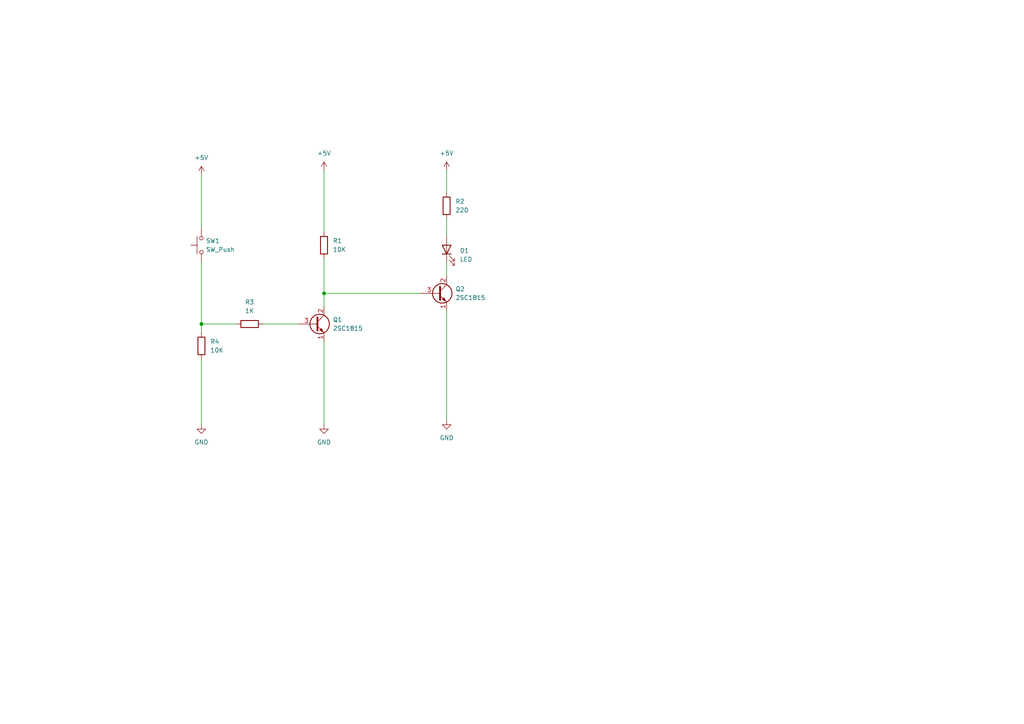
<source format=kicad_sch>
(kicad_sch (version 20230121) (generator eeschema)
  (paper "A4")
  (lib_symbols
    (symbol "Device:LED" (pin_numbers hide) (pin_names (offset 1.016) hide)
      (property "Reference" "D" (at 0 2.54 0))
      (property "Value" "LED" (at 0 -2.54 0))
      (symbol "LED_0_1"
        (polyline (pts (xy -1.27 -1.27) (xy -1.27 1.27)) (stroke (width 0.254)))
        (polyline (pts (xy -1.27 0) (xy 1.27 0)))
        (polyline (pts (xy 1.27 -1.27) (xy 1.27 1.27) (xy -1.27 0) (xy 1.27 -1.27)) (stroke (width 0.254)))
        (polyline (pts (xy -3.048 -0.762) (xy -4.572 -2.286) (xy -3.81 -2.286) (xy -4.572 -2.286) (xy -4.572 -1.524)))
        (polyline (pts (xy -1.778 -0.762) (xy -3.302 -2.286) (xy -2.54 -2.286) (xy -3.302 -2.286) (xy -3.302 -1.524)))
      )
      (symbol "LED_1_1"
        (pin passive line (at -3.81 0 0) (length 2.54) (name "K") (number "1"))
        (pin passive line (at 3.81 0 180) (length 2.54) (name "A") (number "2"))
      )
    )
    (symbol "Device:R" (pin_numbers hide) (pin_names (offset 0))
      (property "Reference" "R" (at 2.032 0 90))
      (property "Value" "R" (at 0 0 90))
      (symbol "R_0_1"
        (rectangle (start -1.016 -2.54) (end 1.016 2.54) (stroke (width 0.254)))
      )
      (symbol "R_1_1"
        (pin passive line (at 0 3.81 270) (length 1.27) (name "~") (number "1"))
        (pin passive line (at 0 -3.81 90) (length 1.27) (name "~") (number "2"))
      )
    )
    (symbol "Switch:SW_Push" (pin_numbers hide) (pin_names (offset 1.016) hide)
      (property "Reference" "SW" (at 1.27 2.54 0))
      (property "Value" "SW_Push" (at 0 -1.524 0))
      (symbol "SW_Push_0_1"
        (circle (center -2.032 0) (radius 0.508))
        (polyline (pts (xy 0 1.27) (xy 0 3.048)))
        (polyline (pts (xy 2.54 1.27) (xy -2.54 1.27)))
        (circle (center 2.032 0) (radius 0.508))
        (pin passive line (at -5.08 0 0) (length 2.54) (name "1") (number "1"))
        (pin passive line (at 5.08 0 180) (length 2.54) (name "2") (number "2"))
      )
    )
    (symbol "Transistor_BJT:2SC1815" (pin_names (offset 0) hide)
      (property "Reference" "Q" (at 5.08 1.905 0))
      (property "Value" "2SC1815" (at 5.08 0 0))
      (symbol "2SC1815_0_1"
        (polyline (pts (xy 0 0) (xy 0.508 0)))
        (polyline (pts (xy 0.635 0.635) (xy 2.54 2.54)))
        (polyline (pts (xy 0.635 -0.635) (xy 2.54 -2.54) (xy 2.54 -2.54)))
        (polyline (pts (xy 0.635 1.905) (xy 0.635 -1.905) (xy 0.635 -1.905)) (stroke (width 0.508)))
        (polyline (pts (xy 1.27 -1.778) (xy 1.778 -1.27) (xy 2.286 -2.286) (xy 1.27 -1.778) (xy 1.27 -1.778)) (fill (type outline)))
        (circle (center 1.27 0) (radius 2.8194) (stroke (width 0.254)))
      )
      (symbol "2SC1815_1_1"
        (pin passive line (at 2.54 -5.08 90) (length 2.54) (name "E") (number "1"))
        (pin passive line (at 2.54 5.08 270) (length 2.54) (name "C") (number "2"))
        (pin input line (at -5.08 0 0) (length 5.08) (name "B") (number "3"))
      )
    )
    (symbol "power:+5V" (power) (pin_names (offset 0))
      (property "Value" "+5V" (at 0 3.556 0))
      (symbol "+5V_0_1"
        (polyline (pts (xy -0.762 1.27) (xy 0 2.54)))
        (polyline (pts (xy 0 0) (xy 0 2.54)))
        (polyline (pts (xy 0 2.54) (xy 0.762 1.27)))
      )
      (symbol "+5V_1_1"
        (pin power_in line (at 0 0 90) (length 0) hide (name "+5V") (number "1"))
      )
    )
    (symbol "power:GND" (power) (pin_names (offset 0))
      (property "Value" "GND" (at 0 -3.81 0))
      (symbol "GND_0_1"
        (polyline (pts (xy 0 0) (xy 0 -1.27) (xy 1.27 -1.27) (xy 0 -2.54) (xy -1.27 -1.27) (xy 0 -1.27)))
      )
      (symbol "GND_1_1"
        (pin power_in line (at 0 0 270) (length 0) hide (name "GND") (number "1"))
      )
    )
  )
  (junction (at 93.98 85.09))
  (junction (at 58.42 93.98))
  (wire (pts (xy 58.42 93.98) (xy 58.42 96.52)))
  (wire (pts (xy 129.54 49.53) (xy 129.54 55.88)))
  (wire (pts (xy 129.54 90.17) (xy 129.54 121.92)))
  (wire (pts (xy 93.98 74.93) (xy 93.98 85.09)))
  (wire (pts (xy 93.98 49.53) (xy 93.98 67.31)))
  (wire (pts (xy 58.42 104.14) (xy 58.42 123.19)))
  (wire (pts (xy 129.54 76.2) (xy 129.54 80.01)))
  (wire (pts (xy 93.98 85.09) (xy 93.98 88.9)))
  (wire (pts (xy 129.54 63.5) (xy 129.54 68.58)))
  (wire (pts (xy 76.2 93.98) (xy 86.36 93.98)))
  (wire (pts (xy 93.98 99.06) (xy 93.98 123.19)))
  (wire (pts (xy 93.98 85.09) (xy 121.92 85.09)))
  (wire (pts (xy 58.42 50.8) (xy 58.42 66.04)))
  (wire (pts (xy 58.42 76.2) (xy 58.42 93.98)))
  (wire (pts (xy 58.42 93.98) (xy 68.58 93.98)))
  (symbol (lib_id "power:+5V") (at 58.42 50.8 0) (unit 1)
    (property "Reference" "#PWR01" (effects hide))
    (property "Value" "+5V" (at 58.42 45.72 0))
  )
  (symbol (lib_id "Device:R") (at 72.39 93.98 270) (unit 1)
    (property "Reference" "R3" (at 72.39 87.63 90))
    (property "Value" "1K" (at 72.39 90.17 90))
  )
  (symbol (lib_id "power:+5V") (at 93.98 49.53 0) (unit 1)
    (property "Reference" "#PWR05" (effects hide))
    (property "Value" "+5V" (at 93.98 44.45 0))
  )
  (symbol (lib_id "power:GND") (at 93.98 123.19 0) (unit 1)
    (property "Reference" "#PWR03" (effects hide))
    (property "Value" "GND" (at 93.98 128.27 0))
  )
  (symbol (lib_id "Transistor_BJT:2SC1815") (at 127 85.09 0) (unit 1)
    (property "Reference" "Q2" (at 132.08 83.82 0) (effects (justify left)))
    (property "Value" "2SC1815" (at 132.08 86.36 0) (effects (justify left)))
    (property "Footprint" "Package_TO_SOT_THT:TO-92_Inline" (effects hide))
    (property "Datasheet" "https://media.digikey.com/pdf/Data%20Sheets/Toshiba%20PDFs/2SC1815.pdf" (effects hide))
  )
  (symbol (lib_id "Device:R") (at 129.54 59.69 0) (unit 1)
    (property "Reference" "R2" (at 132.08 58.42 0) (effects (justify left)))
    (property "Value" "220" (at 132.08 60.96 0) (effects (justify left)))
  )
  (symbol (lib_id "power:GND") (at 129.54 121.92 0) (unit 1)
    (property "Reference" "#PWR04" (effects hide))
    (property "Value" "GND" (at 129.54 127 0))
  )
  (symbol (lib_id "Transistor_BJT:2SC1815") (at 91.44 93.98 0) (unit 1)
    (property "Reference" "Q1" (at 96.52 92.71 0) (effects (justify left)))
    (property "Value" "2SC1815" (at 96.52 95.25 0) (effects (justify left)))
    (property "Footprint" "Package_TO_SOT_THT:TO-92_Inline" (effects hide))
    (property "Datasheet" "https://media.digikey.com/pdf/Data%20Sheets/Toshiba%20PDFs/2SC1815.pdf" (effects hide))
  )
  (symbol (lib_id "Device:R") (at 93.98 71.12 0) (unit 1)
    (property "Reference" "R1" (at 96.52 69.85 0) (effects (justify left)))
    (property "Value" "10K" (at 96.52 72.39 0) (effects (justify left)))
  )
  (symbol (lib_id "power:+5V") (at 129.54 49.53 0) (unit 1)
    (property "Reference" "#PWR06" (effects hide))
    (property "Value" "+5V" (at 129.54 44.45 0))
  )
  (symbol (lib_id "Switch:SW_Push") (at 58.42 71.12 90) (unit 1)
    (property "Reference" "SW1" (at 59.69 69.85 90) (effects (justify right)))
    (property "Value" "SW_Push" (at 59.69 72.39 90) (effects (justify right)))
  )
  (symbol (lib_id "Device:LED") (at 129.54 72.39 90) (unit 1)
    (property "Reference" "D1" (at 133.35 72.7075 90) (effects (justify right)))
    (property "Value" "LED" (at 133.35 75.2475 90) (effects (justify right)))
  )
  (symbol (lib_id "power:GND") (at 58.42 123.19 0) (unit 1)
    (property "Reference" "#PWR02" (effects hide))
    (property "Value" "GND" (at 58.42 128.27 0))
  )
  (symbol (lib_id "Device:R") (at 58.42 100.33 0) (unit 1)
    (property "Reference" "R4" (at 60.96 99.06 0) (effects (justify left)))
    (property "Value" "10K" (at 60.96 101.6 0) (effects (justify left)))
  )
)
</source>
